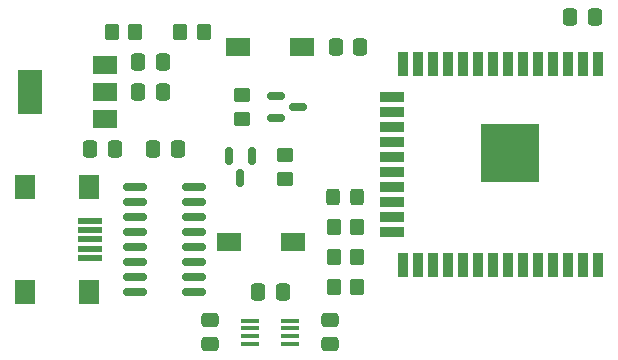
<source format=gbr>
%TF.GenerationSoftware,KiCad,Pcbnew,(6.0.0)*%
%TF.CreationDate,2022-03-03T15:11:55+00:00*%
%TF.ProjectId,ISOpowerWiFi_PCB,49534f70-6f77-4657-9257-6946695f5043,rev?*%
%TF.SameCoordinates,Original*%
%TF.FileFunction,Paste,Top*%
%TF.FilePolarity,Positive*%
%FSLAX46Y46*%
G04 Gerber Fmt 4.6, Leading zero omitted, Abs format (unit mm)*
G04 Created by KiCad (PCBNEW (6.0.0)) date 2022-03-03 15:11:55*
%MOMM*%
%LPD*%
G01*
G04 APERTURE LIST*
G04 Aperture macros list*
%AMRoundRect*
0 Rectangle with rounded corners*
0 $1 Rounding radius*
0 $2 $3 $4 $5 $6 $7 $8 $9 X,Y pos of 4 corners*
0 Add a 4 corners polygon primitive as box body*
4,1,4,$2,$3,$4,$5,$6,$7,$8,$9,$2,$3,0*
0 Add four circle primitives for the rounded corners*
1,1,$1+$1,$2,$3*
1,1,$1+$1,$4,$5*
1,1,$1+$1,$6,$7*
1,1,$1+$1,$8,$9*
0 Add four rect primitives between the rounded corners*
20,1,$1+$1,$2,$3,$4,$5,0*
20,1,$1+$1,$4,$5,$6,$7,0*
20,1,$1+$1,$6,$7,$8,$9,0*
20,1,$1+$1,$8,$9,$2,$3,0*%
G04 Aperture macros list end*
%ADD10R,2.000000X1.600000*%
%ADD11R,2.000000X0.500000*%
%ADD12R,1.700000X2.000000*%
%ADD13R,0.900000X2.000000*%
%ADD14R,2.000000X0.900000*%
%ADD15R,5.000000X5.000000*%
%ADD16RoundRect,0.250000X-0.325000X-0.450000X0.325000X-0.450000X0.325000X0.450000X-0.325000X0.450000X0*%
%ADD17R,1.600000X0.300000*%
%ADD18RoundRect,0.250000X0.337500X0.475000X-0.337500X0.475000X-0.337500X-0.475000X0.337500X-0.475000X0*%
%ADD19RoundRect,0.250000X-0.350000X-0.450000X0.350000X-0.450000X0.350000X0.450000X-0.350000X0.450000X0*%
%ADD20RoundRect,0.150000X-0.825000X-0.150000X0.825000X-0.150000X0.825000X0.150000X-0.825000X0.150000X0*%
%ADD21RoundRect,0.250000X0.350000X0.450000X-0.350000X0.450000X-0.350000X-0.450000X0.350000X-0.450000X0*%
%ADD22RoundRect,0.250000X-0.337500X-0.475000X0.337500X-0.475000X0.337500X0.475000X-0.337500X0.475000X0*%
%ADD23RoundRect,0.250000X0.475000X-0.337500X0.475000X0.337500X-0.475000X0.337500X-0.475000X-0.337500X0*%
%ADD24RoundRect,0.250000X-0.475000X0.337500X-0.475000X-0.337500X0.475000X-0.337500X0.475000X0.337500X0*%
%ADD25RoundRect,0.150000X-0.587500X-0.150000X0.587500X-0.150000X0.587500X0.150000X-0.587500X0.150000X0*%
%ADD26R,2.000000X1.500000*%
%ADD27R,2.000000X3.800000*%
%ADD28RoundRect,0.150000X-0.150000X0.587500X-0.150000X-0.587500X0.150000X-0.587500X0.150000X0.587500X0*%
%ADD29RoundRect,0.250000X-0.450000X0.350000X-0.450000X-0.350000X0.450000X-0.350000X0.450000X0.350000X0*%
%ADD30RoundRect,0.250000X0.450000X-0.350000X0.450000X0.350000X-0.450000X0.350000X-0.450000X-0.350000X0*%
G04 APERTURE END LIST*
D10*
%TO.C,SW2*%
X147193000Y-99469043D03*
X141793000Y-99469043D03*
%TD*%
D11*
%TO.C,J20*%
X130048000Y-97636543D03*
X130048000Y-98436543D03*
X130048000Y-99236543D03*
X130048000Y-100036543D03*
X130048000Y-100836543D03*
D12*
X129948000Y-103686543D03*
X124498000Y-94786543D03*
X124498000Y-103686543D03*
X129948000Y-94786543D03*
%TD*%
D13*
%TO.C,U1*%
X173058000Y-84386543D03*
X171788000Y-84386543D03*
X170518000Y-84386543D03*
X169248000Y-84386543D03*
X167978000Y-84386543D03*
X166708000Y-84386543D03*
X165438000Y-84386543D03*
X164168000Y-84386543D03*
X162898000Y-84386543D03*
X161628000Y-84386543D03*
X160358000Y-84386543D03*
X159088000Y-84386543D03*
X157818000Y-84386543D03*
X156548000Y-84386543D03*
D14*
X155548000Y-87171543D03*
X155548000Y-88441543D03*
X155548000Y-89711543D03*
X155548000Y-90981543D03*
X155548000Y-92251543D03*
X155548000Y-93521543D03*
X155548000Y-94791543D03*
X155548000Y-96061543D03*
X155548000Y-97331543D03*
X155548000Y-98601543D03*
D13*
X156548000Y-101386543D03*
X157818000Y-101386543D03*
X159088000Y-101386543D03*
X160358000Y-101386543D03*
X161628000Y-101386543D03*
X162898000Y-101386543D03*
X164168000Y-101386543D03*
X165438000Y-101386543D03*
X166708000Y-101386543D03*
X167978000Y-101386543D03*
X169248000Y-101386543D03*
X170518000Y-101386543D03*
X171788000Y-101386543D03*
X173058000Y-101386543D03*
D15*
X165558000Y-91886543D03*
%TD*%
D16*
%TO.C,D9*%
X150613000Y-95659043D03*
X152663000Y-95659043D03*
%TD*%
D17*
%TO.C,U13*%
X143588000Y-106114043D03*
X143588000Y-106764043D03*
X143588000Y-107414043D03*
X143588000Y-108064043D03*
X146988000Y-108064043D03*
X146988000Y-107414043D03*
X146988000Y-106764043D03*
X146988000Y-106114043D03*
%TD*%
D18*
%TO.C,C29*%
X132123000Y-91616543D03*
X130048000Y-91616543D03*
%TD*%
D19*
%TO.C,R24*%
X150638000Y-103279043D03*
X152638000Y-103279043D03*
%TD*%
D10*
%TO.C,SW3*%
X147988000Y-82959043D03*
X142588000Y-82959043D03*
%TD*%
D18*
%TO.C,C27*%
X146325500Y-103681543D03*
X144250500Y-103681543D03*
%TD*%
D20*
%TO.C,U14*%
X133858000Y-94791543D03*
X133858000Y-96061543D03*
X133858000Y-97331543D03*
X133858000Y-98601543D03*
X133858000Y-99871543D03*
X133858000Y-101141543D03*
X133858000Y-102411543D03*
X133858000Y-103681543D03*
X138808000Y-103681543D03*
X138808000Y-102411543D03*
X138808000Y-101141543D03*
X138808000Y-99871543D03*
X138808000Y-98601543D03*
X138808000Y-97331543D03*
X138808000Y-96061543D03*
X138808000Y-94791543D03*
%TD*%
D21*
%TO.C,R2*%
X139668000Y-81689043D03*
X137668000Y-81689043D03*
%TD*%
D22*
%TO.C,C2*%
X134090500Y-84229043D03*
X136165500Y-84229043D03*
%TD*%
%TO.C,C3*%
X170688000Y-80419043D03*
X172763000Y-80419043D03*
%TD*%
%TO.C,C1*%
X150833000Y-82959043D03*
X152908000Y-82959043D03*
%TD*%
D23*
%TO.C,C26*%
X140208000Y-108126543D03*
X140208000Y-106051543D03*
%TD*%
D19*
%TO.C,R29*%
X150638000Y-100739043D03*
X152638000Y-100739043D03*
%TD*%
D18*
%TO.C,C28*%
X137435500Y-91616543D03*
X135360500Y-91616543D03*
%TD*%
D24*
%TO.C,C6*%
X150368000Y-106051543D03*
X150368000Y-108126543D03*
%TD*%
D25*
%TO.C,Q20*%
X145747500Y-87089043D03*
X145747500Y-88989043D03*
X147622500Y-88039043D03*
%TD*%
D26*
%TO.C,U2*%
X131268000Y-89069043D03*
X131268000Y-86769043D03*
D27*
X124968000Y-86769043D03*
D26*
X131268000Y-84469043D03*
%TD*%
D22*
%TO.C,C5*%
X134090500Y-86769043D03*
X136165500Y-86769043D03*
%TD*%
D28*
%TO.C,Q19*%
X143698000Y-92181543D03*
X141798000Y-92181543D03*
X142748000Y-94056543D03*
%TD*%
D29*
%TO.C,R25*%
X146558000Y-92119043D03*
X146558000Y-94119043D03*
%TD*%
D30*
%TO.C,R26*%
X142875000Y-89039043D03*
X142875000Y-87039043D03*
%TD*%
D19*
%TO.C,R30*%
X150638000Y-98199043D03*
X152638000Y-98199043D03*
%TD*%
%TO.C,R3*%
X131858000Y-81689043D03*
X133858000Y-81689043D03*
%TD*%
M02*

</source>
